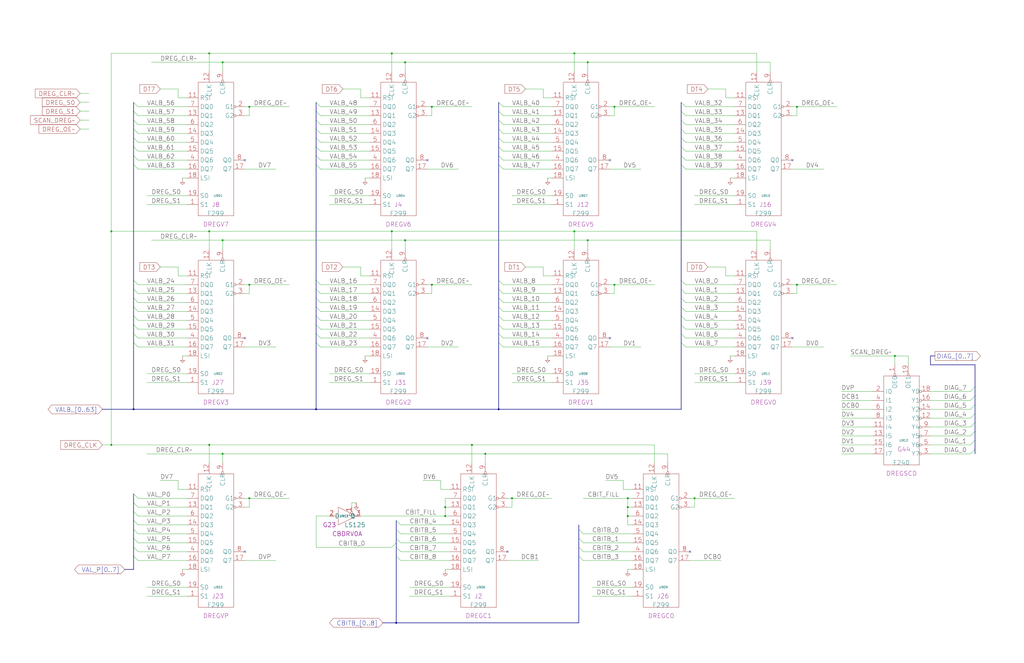
<source format=kicad_sch>
(kicad_sch (version 20230121) (generator eeschema)
  (paper "User" 584.2 378.46)
  (title_block (title "BXCVR\\nVAL & VAL_PAR DIAG REG") (date "08-MAR-90") (rev "0.0") (comment 1 "MEM32 BOARD") (comment 2 "232-003066") (comment 3 "S400") (comment 4 "RELEASED"))
  (lib_symbols
    (symbol "r1000:F240" (pin_names (offset 1.016))
      (property "Reference" "U" (at 2.54 5.08 0))
      (property "Value" "F240" (at -3.81 -7.62 0))
      (property "Location" "___" (at -1.27 0 0))
      (property "Name" "______" (at 1.27 -15.24 0))
      (symbol "F240_1_1"
        (rectangle (start -8.89 41.91) (end 11.43 -8.89))
        (circle (center -2.54 42.545) (radius 0.635))
        (circle (center 5.08 42.545) (radius 0.635))
        (circle (center 12.065 -2.54) (radius 0.635))
        (circle (center 12.065 2.54) (radius 0.635))
        (circle (center 12.065 7.62) (radius 0.635))
        (circle (center 12.065 12.7) (radius 0.635))
        (circle (center 12.065 17.78) (radius 0.635))
        (circle (center 12.065 22.86) (radius 0.635))
        (circle (center 12.065 27.94) (radius 0.635))
        (circle (center 12.065 33.02) (radius 0.635))
        (pin input line (at -2.54 48.26 270) (length 5.08) (name "OE0") (number "1"))
        (pin input line (at -15.24 12.7 0) (length 6.35) (name "I4") (number "11"))
        (pin tri_state line (at 17.78 17.78 180) (length 5.08) (name "Y3") (number "12"))
        (pin input line (at -15.24 7.62 0) (length 6.35) (name "I5") (number "13"))
        (pin tri_state line (at 17.78 22.86 180) (length 5.08) (name "Y2") (number "14"))
        (pin input line (at -15.24 2.54 0) (length 6.35) (name "I6") (number "15"))
        (pin tri_state line (at 17.78 27.94 180) (length 5.08) (name "Y1") (number "16"))
        (pin input line (at -15.24 -2.54 0) (length 6.35) (name "I7") (number "17"))
        (pin tri_state line (at 17.78 33.02 180) (length 5.08) (name "Y0") (number "18"))
        (pin input line (at 5.08 48.26 270) (length 5.08) (name "OE1") (number "19"))
        (pin input line (at -15.24 33.02 0) (length 6.35) (name "I0") (number "2"))
        (pin tri_state line (at 17.78 -2.54 180) (length 5.08) (name "Y7") (number "3"))
        (pin input line (at -15.24 27.94 0) (length 6.35) (name "I1") (number "4"))
        (pin tri_state line (at 17.78 2.54 180) (length 5.08) (name "Y6") (number "5"))
        (pin input line (at -15.24 22.86 0) (length 6.35) (name "I2") (number "6"))
        (pin tri_state line (at 17.78 7.62 180) (length 5.08) (name "Y5") (number "7"))
        (pin input line (at -15.24 17.78 0) (length 6.35) (name "I3") (number "8"))
        (pin tri_state line (at 17.78 12.7 180) (length 5.08) (name "Y4") (number "9"))
      )
    )
    (symbol "r1000:F299" (pin_names (offset 1.016))
      (property "Reference" "U" (at 2.54 5.08 0))
      (property "Value" "F299" (at -3.81 -5.08 0))
      (property "Location" "___" (at -1.27 0 0))
      (property "Name" "______" (at 1.27 -12.7 0))
      (symbol "F299_1_1"
        (rectangle (start -8.89 69.85) (end 11.43 -6.35))
        (circle (center 5.08 70.485) (radius 0.635))
        (circle (center 12.065 50.8) (radius 0.635))
        (circle (center 12.065 55.88) (radius 0.635))
        (pin input line (at -15.24 0 0) (length 6.35) (name "S1") (number "1"))
        (pin input line (at -15.24 60.96 0) (length 6.35) (name "RSI") (number "11"))
        (pin input line (at -2.54 76.2 270) (length 6.35) (name "CLK") (number "12"))
        (pin bidirectional line (at -15.24 50.8 0) (length 6.35) (name "DQ1") (number "13"))
        (pin bidirectional line (at -15.24 40.64 0) (length 6.35) (name "DQ3") (number "14"))
        (pin bidirectional line (at -15.24 30.48 0) (length 6.35) (name "DQ5") (number "15"))
        (pin bidirectional line (at -15.24 20.32 0) (length 6.35) (name "DQ7") (number "16"))
        (pin output line (at 17.78 20.32 180) (length 6.35) (name "Q7") (number "17"))
        (pin input line (at -15.24 15.24 0) (length 6.35) (name "LSI") (number "18"))
        (pin input line (at -15.24 5.08 0) (length 6.35) (name "S0") (number "19"))
        (pin input line (at 17.78 55.88 180) (length 5.08) (name "G1") (number "2"))
        (pin input line (at 17.78 50.8 180) (length 5.08) (name "G2") (number "3"))
        (pin bidirectional line (at -15.24 25.4 0) (length 6.35) (name "DQ6") (number "4"))
        (pin bidirectional line (at -15.24 35.56 0) (length 6.35) (name "DQ4") (number "5"))
        (pin bidirectional line (at -15.24 45.72 0) (length 6.35) (name "DQ2") (number "6"))
        (pin bidirectional line (at -15.24 55.88 0) (length 6.35) (name "DQ0") (number "7"))
        (pin output line (at 17.78 25.4 180) (length 6.35) (name "Q0") (number "8"))
        (pin input line (at 5.08 76.2 270) (length 5.08) (name "CLR") (number "9"))
      )
    )
    (symbol "r1000:LS125"
      (property "Reference" "U" (at 0.635 0 0))
      (property "Value" "LS125" (at 6.985 -5.08 0))
      (property "Location" "___" (at -7.62 -5.08 0))
      (property "Name" "______" (at 2.54 -10.16 0))
      (symbol "LS125_0_1"
        (polyline (pts (xy -5.08 0) (xy -2.54 0)) (stroke (width 0.1524)))
        (polyline (pts (xy -2.54 5.08) (xy -2.54 -5.08)) (stroke (width 0.1524)))
        (polyline (pts (xy 7.62 0) (xy -2.54 -5.08)) (stroke (width 0.1524)))
        (polyline (pts (xy 7.62 0) (xy -2.54 5.08)) (stroke (width 0.1524)))
        (circle (center 5.08 1.905) (radius 0.635) (stroke (width 0.1524)))
      )
      (symbol "LS125_1_1"
        (pin input line (at 5.08 5.08 270) (length 2.54) (name "E") (number "1"))
        (pin input line (at -7.62 0 0) (length 2.54) (name "D") (number "2"))
        (pin tri_state line (at 10.16 0 180) (length 2.54) (name "Q") (number "3"))
      )
    )
    (symbol "r1000:PD" (power) (pin_numbers hide) (pin_names hide) (in_bom no)
      (symbol "PD_0_1"
        (polyline (pts (xy 0 -2.54) (xy 1.27 -2.54) (xy 0 -3.81) (xy -1.27 -2.54) (xy 0 -2.54)) (stroke (width 0.1524)))
      )
      (symbol "PD_1_1"
        (pin power_in line (at 0 0 270) (length 2.54) (name "PD") (number "1"))
      )
    )
  )
  (junction (at 254 294.64))
  (junction (at 327.66 30.48))
  (junction (at 327.66 132.08))
  (junction (at 246.38 162.56))
  (junction (at 119.38 254))
  (junction (at 119.38 132.08))
  (junction (at 142.24 284.48))
  (junction (at 335.28 137.16))
  (junction (at 335.28 35.56))
  (junction (at 350.52 60.96))
  (junction (at 454.66 60.96))
  (junction (at 223.52 30.48))
  (junction (at 396.24 284.48))
  (junction (at 292.1 284.48))
  (junction (at 142.24 162.56))
  (junction (at 350.52 162.56))
  (junction (at 276.86 259.08))
  (junction (at 358.14 294.64))
  (junction (at 226.06 355.6))
  (junction (at 63.5 132.08))
  (junction (at 142.24 60.96))
  (junction (at 119.38 30.48))
  (junction (at 358.14 284.48))
  (junction (at 127 137.16))
  (junction (at 127 35.56))
  (junction (at 223.52 132.08))
  (junction (at 231.14 35.56))
  (junction (at 246.38 60.96))
  (junction (at 63.5 254))
  (junction (at 358.14 289.56))
  (junction (at 454.66 162.56))
  (junction (at 510.54 203.2))
  (junction (at 269.24 254))
  (junction (at 284.48 233.68))
  (junction (at 127 259.08))
  (junction (at 180.34 233.68))
  (junction (at 231.14 137.16))
  (junction (at 76.2 233.68))
  (junction (at 254 289.56))
  (no_connect (at 452.12 193.04))
  (no_connect (at 243.84 193.04))
  (no_connect (at 452.12 91.44))
  (no_connect (at 139.7 193.04))
  (no_connect (at 243.84 91.44))
  (no_connect (at 347.98 91.44))
  (no_connect (at 139.7 91.44))
  (no_connect (at 289.56 314.96))
  (no_connect (at 139.7 314.96))
  (no_connect (at 347.98 193.04))
  (no_connect (at 393.7 314.96))
  (bus_entry (at 180.34 195.58) (size 2.54 2.54))
  (bus_entry (at 180.34 180.34) (size 2.54 2.54))
  (bus_entry (at 76.2 78.74) (size 2.54 2.54))
  (bus_entry (at 284.48 63.5) (size 2.54 2.54))
  (bus_entry (at 76.2 307.34) (size 2.54 2.54))
  (bus_entry (at 388.62 78.74) (size 2.54 2.54))
  (bus_entry (at 180.34 175.26) (size 2.54 2.54))
  (bus_entry (at 76.2 180.34) (size 2.54 2.54))
  (bus_entry (at 284.48 170.18) (size 2.54 2.54))
  (bus_entry (at 180.34 190.5) (size 2.54 2.54))
  (bus_entry (at 388.62 63.5) (size 2.54 2.54))
  (bus_entry (at 76.2 175.26) (size 2.54 2.54))
  (bus_entry (at 226.06 312.42) (size 2.54 2.54))
  (bus_entry (at 76.2 195.58) (size 2.54 2.54))
  (bus_entry (at 180.34 58.42) (size 2.54 2.54))
  (bus_entry (at 180.34 78.74) (size 2.54 2.54))
  (bus_entry (at 556.26 241.3) (size -2.54 2.54))
  (bus_entry (at 226.06 302.26) (size 2.54 2.54))
  (bus_entry (at 556.26 220.98) (size -2.54 2.54))
  (bus_entry (at 388.62 88.9) (size 2.54 2.54))
  (bus_entry (at 76.2 185.42) (size 2.54 2.54))
  (bus_entry (at 180.34 160.02) (size 2.54 2.54))
  (bus_entry (at 76.2 317.5) (size 2.54 2.54))
  (bus_entry (at 330.2 317.5) (size 2.54 2.54))
  (bus_entry (at 556.26 236.22) (size -2.54 2.54))
  (bus_entry (at 388.62 160.02) (size 2.54 2.54))
  (bus_entry (at 76.2 292.1) (size 2.54 2.54))
  (bus_entry (at 76.2 190.5) (size 2.54 2.54))
  (bus_entry (at 76.2 281.94) (size 2.54 2.54))
  (bus_entry (at 226.06 307.34) (size 2.54 2.54))
  (bus_entry (at 284.48 88.9) (size 2.54 2.54))
  (bus_entry (at 180.34 88.9) (size 2.54 2.54))
  (bus_entry (at 76.2 302.26) (size 2.54 2.54))
  (bus_entry (at 388.62 185.42) (size 2.54 2.54))
  (bus_entry (at 556.26 231.14) (size -2.54 2.54))
  (bus_entry (at 330.2 302.26) (size 2.54 2.54))
  (bus_entry (at 76.2 88.9) (size 2.54 2.54))
  (bus_entry (at 76.2 287.02) (size 2.54 2.54))
  (bus_entry (at 388.62 83.82) (size 2.54 2.54))
  (bus_entry (at 556.26 226.06) (size -2.54 2.54))
  (bus_entry (at 76.2 63.5) (size 2.54 2.54))
  (bus_entry (at 284.48 73.66) (size 2.54 2.54))
  (bus_entry (at 330.2 312.42) (size 2.54 2.54))
  (bus_entry (at 180.34 83.82) (size 2.54 2.54))
  (bus_entry (at 226.06 309.88) (size -2.54 2.54))
  (bus_entry (at 180.34 165.1) (size 2.54 2.54))
  (bus_entry (at 556.26 246.38) (size -2.54 2.54))
  (bus_entry (at 76.2 312.42) (size 2.54 2.54))
  (bus_entry (at 388.62 195.58) (size 2.54 2.54))
  (bus_entry (at 180.34 185.42) (size 2.54 2.54))
  (bus_entry (at 284.48 180.34) (size 2.54 2.54))
  (bus_entry (at 284.48 68.58) (size 2.54 2.54))
  (bus_entry (at 284.48 93.98) (size 2.54 2.54))
  (bus_entry (at 388.62 175.26) (size 2.54 2.54))
  (bus_entry (at 180.34 68.58) (size 2.54 2.54))
  (bus_entry (at 388.62 170.18) (size 2.54 2.54))
  (bus_entry (at 76.2 170.18) (size 2.54 2.54))
  (bus_entry (at 284.48 78.74) (size 2.54 2.54))
  (bus_entry (at 76.2 297.18) (size 2.54 2.54))
  (bus_entry (at 388.62 190.5) (size 2.54 2.54))
  (bus_entry (at 388.62 68.58) (size 2.54 2.54))
  (bus_entry (at 284.48 58.42) (size 2.54 2.54))
  (bus_entry (at 76.2 68.58) (size 2.54 2.54))
  (bus_entry (at 284.48 190.5) (size 2.54 2.54))
  (bus_entry (at 330.2 307.34) (size 2.54 2.54))
  (bus_entry (at 76.2 58.42) (size 2.54 2.54))
  (bus_entry (at 180.34 93.98) (size 2.54 2.54))
  (bus_entry (at 226.06 317.5) (size 2.54 2.54))
  (bus_entry (at 284.48 195.58) (size 2.54 2.54))
  (bus_entry (at 388.62 180.34) (size 2.54 2.54))
  (bus_entry (at 76.2 93.98) (size 2.54 2.54))
  (bus_entry (at 556.26 251.46) (size -2.54 2.54))
  (bus_entry (at 226.06 297.18) (size 2.54 2.54))
  (bus_entry (at 388.62 58.42) (size 2.54 2.54))
  (bus_entry (at 284.48 160.02) (size 2.54 2.54))
  (bus_entry (at 284.48 175.26) (size 2.54 2.54))
  (bus_entry (at 180.34 73.66) (size 2.54 2.54))
  (bus_entry (at 76.2 160.02) (size 2.54 2.54))
  (bus_entry (at 284.48 165.1) (size 2.54 2.54))
  (bus_entry (at 388.62 165.1) (size 2.54 2.54))
  (bus_entry (at 556.26 256.54) (size -2.54 2.54))
  (bus_entry (at 76.2 165.1) (size 2.54 2.54))
  (bus_entry (at 76.2 73.66) (size 2.54 2.54))
  (bus_entry (at 180.34 170.18) (size 2.54 2.54))
  (bus_entry (at 284.48 185.42) (size 2.54 2.54))
  (bus_entry (at 388.62 93.98) (size 2.54 2.54))
  (bus_entry (at 180.34 63.5) (size 2.54 2.54))
  (bus_entry (at 388.62 73.66) (size 2.54 2.54))
  (bus_entry (at 284.48 83.82) (size 2.54 2.54))
  (bus_entry (at 76.2 83.82) (size 2.54 2.54))
  (bus (pts (xy 388.62 190.5) (xy 388.62 195.58)))
  (bus (pts (xy 76.2 312.42) (xy 76.2 317.5)))
  (wire (pts (xy 373.38 254) (xy 373.38 264.16)))
  (wire (pts (xy 314.96 55.88) (xy 309.88 55.88)))
  (wire (pts (xy 276.86 259.08) (xy 276.86 264.16)))
  (wire (pts (xy 195.58 50.8) (xy 205.74 50.8)))
  (wire (pts (xy 182.88 76.2) (xy 210.82 76.2)))
  (bus (pts (xy 76.2 175.26) (xy 76.2 180.34)))
  (wire (pts (xy 327.66 30.48) (xy 223.52 30.48)))
  (wire (pts (xy 254 289.56) (xy 256.54 289.56)))
  (bus (pts (xy 180.34 190.5) (xy 180.34 195.58)))
  (wire (pts (xy 45.72 73.66) (xy 50.8 73.66)))
  (wire (pts (xy 292.1 116.84) (xy 314.96 116.84)))
  (bus (pts (xy 330.2 299.72) (xy 330.2 302.26)))
  (bus (pts (xy 226.06 297.18) (xy 226.06 302.26)))
  (wire (pts (xy 119.38 30.48) (xy 63.5 30.48)))
  (wire (pts (xy 139.7 289.56) (xy 142.24 289.56)))
  (wire (pts (xy 200.66 287.02) (xy 200.66 289.56)))
  (wire (pts (xy 246.38 167.64) (xy 246.38 162.56)))
  (wire (pts (xy 104.14 203.2) (xy 106.68 203.2)))
  (wire (pts (xy 182.88 167.64) (xy 210.82 167.64)))
  (bus (pts (xy 388.62 83.82) (xy 388.62 88.9)))
  (wire (pts (xy 254 294.64) (xy 256.54 294.64)))
  (wire (pts (xy 106.68 279.4) (xy 101.6 279.4)))
  (bus (pts (xy 76.2 63.5) (xy 76.2 68.58)))
  (wire (pts (xy 210.82 157.48) (xy 205.74 157.48)))
  (wire (pts (xy 419.1 55.88) (xy 414.02 55.88)))
  (wire (pts (xy 287.02 193.04) (xy 314.96 193.04)))
  (wire (pts (xy 360.68 299.72) (xy 358.14 299.72)))
  (wire (pts (xy 350.52 66.04) (xy 350.52 60.96)))
  (wire (pts (xy 243.84 167.64) (xy 246.38 167.64)))
  (wire (pts (xy 358.14 294.64) (xy 358.14 299.72)))
  (wire (pts (xy 243.84 198.12) (xy 261.62 198.12)))
  (bus (pts (xy 388.62 170.18) (xy 388.62 175.26)))
  (wire (pts (xy 78.74 304.8) (xy 106.68 304.8)))
  (wire (pts (xy 78.74 289.56) (xy 106.68 289.56)))
  (wire (pts (xy 350.52 162.56) (xy 373.38 162.56)))
  (wire (pts (xy 396.24 289.56) (xy 396.24 284.48)))
  (bus (pts (xy 180.34 233.68) (xy 284.48 233.68)))
  (wire (pts (xy 223.52 30.48) (xy 223.52 40.64)))
  (bus (pts (xy 180.34 170.18) (xy 180.34 175.26)))
  (bus (pts (xy 58.42 233.68) (xy 76.2 233.68)))
  (wire (pts (xy 182.88 71.12) (xy 210.82 71.12)))
  (wire (pts (xy 287.02 91.44) (xy 314.96 91.44)))
  (wire (pts (xy 78.74 299.72) (xy 106.68 299.72)))
  (wire (pts (xy 78.74 60.96) (xy 106.68 60.96)))
  (wire (pts (xy 454.66 66.04) (xy 454.66 60.96)))
  (wire (pts (xy 78.74 71.12) (xy 106.68 71.12)))
  (wire (pts (xy 332.74 314.96) (xy 360.68 314.96)))
  (wire (pts (xy 287.02 81.28) (xy 314.96 81.28)))
  (wire (pts (xy 187.96 116.84) (xy 210.82 116.84)))
  (wire (pts (xy 182.88 172.72) (xy 210.82 172.72)))
  (bus (pts (xy 284.48 58.42) (xy 284.48 63.5)))
  (bus (pts (xy 76.2 195.58) (xy 76.2 233.68)))
  (wire (pts (xy 142.24 289.56) (xy 142.24 284.48)))
  (wire (pts (xy 78.74 167.64) (xy 106.68 167.64)))
  (wire (pts (xy 127 137.16) (xy 127 142.24)))
  (bus (pts (xy 180.34 88.9) (xy 180.34 93.98)))
  (wire (pts (xy 347.98 60.96) (xy 350.52 60.96)))
  (wire (pts (xy 287.02 60.96) (xy 314.96 60.96)))
  (wire (pts (xy 530.86 254) (xy 553.72 254)))
  (wire (pts (xy 142.24 162.56) (xy 165.1 162.56)))
  (wire (pts (xy 396.24 213.36) (xy 419.1 213.36)))
  (wire (pts (xy 104.14 101.6) (xy 106.68 101.6)))
  (wire (pts (xy 452.12 60.96) (xy 454.66 60.96)))
  (wire (pts (xy 223.52 132.08) (xy 223.52 142.24)))
  (wire (pts (xy 127 35.56) (xy 231.14 35.56)))
  (bus (pts (xy 388.62 68.58) (xy 388.62 73.66)))
  (wire (pts (xy 246.38 60.96) (xy 269.24 60.96)))
  (wire (pts (xy 195.58 152.4) (xy 205.74 152.4)))
  (wire (pts (xy 416.56 203.2) (xy 419.1 203.2)))
  (wire (pts (xy 78.74 294.64) (xy 106.68 294.64)))
  (bus (pts (xy 284.48 180.34) (xy 284.48 185.42)))
  (bus (pts (xy 76.2 297.18) (xy 76.2 302.26)))
  (wire (pts (xy 287.02 187.96) (xy 314.96 187.96)))
  (wire (pts (xy 83.82 213.36) (xy 106.68 213.36)))
  (bus (pts (xy 556.26 236.22) (xy 556.26 241.3)))
  (bus (pts (xy 533.4 203.2) (xy 530.86 203.2)))
  (wire (pts (xy 292.1 213.36) (xy 314.96 213.36)))
  (bus (pts (xy 76.2 302.26) (xy 76.2 307.34)))
  (wire (pts (xy 63.5 132.08) (xy 63.5 254)))
  (wire (pts (xy 391.16 172.72) (xy 419.1 172.72)))
  (wire (pts (xy 139.7 162.56) (xy 142.24 162.56)))
  (wire (pts (xy 45.72 58.42) (xy 50.8 58.42)))
  (bus (pts (xy 180.34 180.34) (xy 180.34 185.42)))
  (wire (pts (xy 393.7 289.56) (xy 396.24 289.56)))
  (bus (pts (xy 218.44 355.6) (xy 226.06 355.6)))
  (bus (pts (xy 284.48 170.18) (xy 284.48 175.26)))
  (wire (pts (xy 480.06 223.52) (xy 497.84 223.52)))
  (bus (pts (xy 284.48 185.42) (xy 284.48 190.5)))
  (wire (pts (xy 391.16 193.04) (xy 419.1 193.04)))
  (wire (pts (xy 83.82 340.36) (xy 106.68 340.36)))
  (wire (pts (xy 419.1 157.48) (xy 414.02 157.48)))
  (wire (pts (xy 454.66 162.56) (xy 477.52 162.56)))
  (wire (pts (xy 139.7 284.48) (xy 142.24 284.48)))
  (bus (pts (xy 180.34 83.82) (xy 180.34 88.9)))
  (bus (pts (xy 76.2 180.34) (xy 76.2 185.42)))
  (bus (pts (xy 180.34 185.42) (xy 180.34 190.5)))
  (wire (pts (xy 127 259.08) (xy 127 264.16)))
  (bus (pts (xy 556.26 251.46) (xy 556.26 256.54)))
  (bus (pts (xy 226.06 302.26) (xy 226.06 307.34)))
  (wire (pts (xy 309.88 55.88) (xy 309.88 50.8)))
  (wire (pts (xy 391.16 177.8) (xy 419.1 177.8)))
  (wire (pts (xy 358.14 289.56) (xy 360.68 289.56)))
  (wire (pts (xy 231.14 35.56) (xy 335.28 35.56)))
  (wire (pts (xy 335.28 137.16) (xy 335.28 142.24)))
  (wire (pts (xy 414.02 157.48) (xy 414.02 152.4)))
  (bus (pts (xy 76.2 83.82) (xy 76.2 88.9)))
  (wire (pts (xy 396.24 116.84) (xy 419.1 116.84)))
  (wire (pts (xy 530.86 228.6) (xy 553.72 228.6)))
  (bus (pts (xy 284.48 195.58) (xy 284.48 233.68)))
  (wire (pts (xy 78.74 193.04) (xy 106.68 193.04)))
  (wire (pts (xy 335.28 137.16) (xy 439.42 137.16)))
  (wire (pts (xy 208.28 203.2) (xy 210.82 203.2)))
  (wire (pts (xy 254 284.48) (xy 254 289.56)))
  (wire (pts (xy 208.28 101.6) (xy 210.82 101.6)))
  (bus (pts (xy 226.06 307.34) (xy 226.06 309.88)))
  (wire (pts (xy 452.12 66.04) (xy 454.66 66.04)))
  (wire (pts (xy 381 259.08) (xy 381 264.16)))
  (wire (pts (xy 45.72 63.5) (xy 50.8 63.5)))
  (wire (pts (xy 243.84 66.04) (xy 246.38 66.04)))
  (wire (pts (xy 78.74 309.88) (xy 106.68 309.88)))
  (bus (pts (xy 388.62 195.58) (xy 388.62 233.68)))
  (wire (pts (xy 480.06 243.84) (xy 497.84 243.84)))
  (bus (pts (xy 388.62 175.26) (xy 388.62 180.34)))
  (wire (pts (xy 360.68 279.4) (xy 355.6 279.4)))
  (wire (pts (xy 530.86 243.84) (xy 553.72 243.84)))
  (wire (pts (xy 78.74 162.56) (xy 106.68 162.56)))
  (bus (pts (xy 388.62 58.42) (xy 388.62 63.5)))
  (bus (pts (xy 180.34 68.58) (xy 180.34 73.66)))
  (wire (pts (xy 231.14 137.16) (xy 231.14 142.24)))
  (wire (pts (xy 269.24 254) (xy 269.24 264.16)))
  (bus (pts (xy 388.62 185.42) (xy 388.62 190.5)))
  (wire (pts (xy 180.34 312.42) (xy 180.34 294.64)))
  (bus (pts (xy 76.2 160.02) (xy 76.2 165.1)))
  (wire (pts (xy 246.38 162.56) (xy 269.24 162.56)))
  (wire (pts (xy 233.68 335.28) (xy 256.54 335.28)))
  (bus (pts (xy 284.48 78.74) (xy 284.48 83.82)))
  (wire (pts (xy 187.96 111.76) (xy 210.82 111.76)))
  (wire (pts (xy 431.8 30.48) (xy 327.66 30.48)))
  (bus (pts (xy 530.86 208.28) (xy 556.26 208.28)))
  (wire (pts (xy 223.52 132.08) (xy 327.66 132.08)))
  (wire (pts (xy 439.42 137.16) (xy 439.42 142.24)))
  (wire (pts (xy 403.86 50.8) (xy 414.02 50.8)))
  (wire (pts (xy 396.24 284.48) (xy 419.1 284.48)))
  (bus (pts (xy 71.12 325.12) (xy 76.2 325.12)))
  (wire (pts (xy 414.02 55.88) (xy 414.02 50.8)))
  (wire (pts (xy 309.88 157.48) (xy 309.88 152.4)))
  (wire (pts (xy 228.6 299.72) (xy 256.54 299.72)))
  (wire (pts (xy 287.02 86.36) (xy 314.96 86.36)))
  (bus (pts (xy 284.48 68.58) (xy 284.48 73.66)))
  (wire (pts (xy 391.16 91.44) (xy 419.1 91.44)))
  (wire (pts (xy 391.16 182.88) (xy 419.1 182.88)))
  (wire (pts (xy 256.54 279.4) (xy 251.46 279.4)))
  (wire (pts (xy 518.16 203.2) (xy 518.16 208.28)))
  (wire (pts (xy 358.14 284.48) (xy 358.14 289.56)))
  (wire (pts (xy 350.52 167.64) (xy 350.52 162.56)))
  (wire (pts (xy 83.82 335.28) (xy 106.68 335.28)))
  (bus (pts (xy 226.06 317.5) (xy 226.06 355.6)))
  (bus (pts (xy 76.2 317.5) (xy 76.2 325.12)))
  (wire (pts (xy 223.52 312.42) (xy 180.34 312.42)))
  (wire (pts (xy 347.98 167.64) (xy 350.52 167.64)))
  (wire (pts (xy 142.24 66.04) (xy 142.24 60.96)))
  (wire (pts (xy 391.16 198.12) (xy 419.1 198.12)))
  (wire (pts (xy 187.96 213.36) (xy 210.82 213.36)))
  (bus (pts (xy 284.48 190.5) (xy 284.48 195.58)))
  (wire (pts (xy 182.88 86.36) (xy 210.82 86.36)))
  (bus (pts (xy 180.34 73.66) (xy 180.34 78.74)))
  (wire (pts (xy 83.82 218.44) (xy 106.68 218.44)))
  (wire (pts (xy 276.86 259.08) (xy 381 259.08)))
  (wire (pts (xy 391.16 76.2) (xy 419.1 76.2)))
  (wire (pts (xy 63.5 30.48) (xy 63.5 132.08)))
  (bus (pts (xy 388.62 88.9) (xy 388.62 93.98)))
  (wire (pts (xy 101.6 55.88) (xy 101.6 50.8)))
  (wire (pts (xy 205.74 55.88) (xy 205.74 50.8)))
  (wire (pts (xy 485.14 203.2) (xy 510.54 203.2)))
  (wire (pts (xy 431.8 132.08) (xy 431.8 142.24)))
  (wire (pts (xy 332.74 309.88) (xy 360.68 309.88)))
  (bus (pts (xy 388.62 78.74) (xy 388.62 83.82)))
  (bus (pts (xy 284.48 88.9) (xy 284.48 93.98)))
  (wire (pts (xy 182.88 198.12) (xy 210.82 198.12)))
  (wire (pts (xy 182.88 177.8) (xy 210.82 177.8)))
  (bus (pts (xy 76.2 88.9) (xy 76.2 93.98)))
  (wire (pts (xy 287.02 71.12) (xy 314.96 71.12)))
  (wire (pts (xy 480.06 228.6) (xy 497.84 228.6)))
  (bus (pts (xy 76.2 190.5) (xy 76.2 195.58)))
  (wire (pts (xy 480.06 248.92) (xy 497.84 248.92)))
  (wire (pts (xy 101.6 279.4) (xy 101.6 274.32)))
  (wire (pts (xy 223.52 30.48) (xy 119.38 30.48)))
  (wire (pts (xy 289.56 289.56) (xy 292.1 289.56)))
  (wire (pts (xy 439.42 35.56) (xy 439.42 40.64)))
  (bus (pts (xy 76.2 93.98) (xy 76.2 160.02)))
  (wire (pts (xy 78.74 172.72) (xy 106.68 172.72)))
  (wire (pts (xy 391.16 167.64) (xy 419.1 167.64)))
  (wire (pts (xy 251.46 279.4) (xy 251.46 274.32)))
  (wire (pts (xy 358.14 325.12) (xy 360.68 325.12)))
  (bus (pts (xy 180.34 58.42) (xy 180.34 63.5)))
  (wire (pts (xy 403.86 152.4) (xy 414.02 152.4)))
  (bus (pts (xy 388.62 180.34) (xy 388.62 185.42)))
  (bus (pts (xy 556.26 246.38) (xy 556.26 251.46)))
  (bus (pts (xy 226.06 312.42) (xy 226.06 317.5)))
  (bus (pts (xy 76.2 58.42) (xy 76.2 63.5)))
  (wire (pts (xy 91.44 152.4) (xy 101.6 152.4)))
  (wire (pts (xy 139.7 60.96) (xy 142.24 60.96)))
  (wire (pts (xy 347.98 66.04) (xy 350.52 66.04)))
  (wire (pts (xy 292.1 111.76) (xy 314.96 111.76)))
  (wire (pts (xy 345.44 274.32) (xy 355.6 274.32)))
  (wire (pts (xy 246.38 66.04) (xy 246.38 60.96)))
  (wire (pts (xy 45.72 53.34) (xy 50.8 53.34)))
  (wire (pts (xy 480.06 238.76) (xy 497.84 238.76)))
  (bus (pts (xy 330.2 302.26) (xy 330.2 307.34)))
  (wire (pts (xy 106.68 55.88) (xy 101.6 55.88)))
  (bus (pts (xy 180.34 195.58) (xy 180.34 233.68)))
  (wire (pts (xy 396.24 111.76) (xy 419.1 111.76)))
  (bus (pts (xy 76.2 78.74) (xy 76.2 83.82)))
  (wire (pts (xy 83.82 111.76) (xy 106.68 111.76)))
  (wire (pts (xy 480.06 254) (xy 497.84 254)))
  (wire (pts (xy 228.6 304.8) (xy 256.54 304.8)))
  (wire (pts (xy 452.12 167.64) (xy 454.66 167.64)))
  (wire (pts (xy 391.16 71.12) (xy 419.1 71.12)))
  (wire (pts (xy 182.88 81.28) (xy 210.82 81.28)))
  (bus (pts (xy 76.2 185.42) (xy 76.2 190.5)))
  (wire (pts (xy 83.82 259.08) (xy 127 259.08)))
  (wire (pts (xy 104.14 325.12) (xy 106.68 325.12)))
  (bus (pts (xy 388.62 160.02) (xy 388.62 165.1)))
  (wire (pts (xy 187.96 218.44) (xy 210.82 218.44)))
  (wire (pts (xy 312.42 101.6) (xy 314.96 101.6)))
  (wire (pts (xy 292.1 289.56) (xy 292.1 284.48)))
  (wire (pts (xy 327.66 30.48) (xy 327.66 40.64)))
  (wire (pts (xy 510.54 203.2) (xy 510.54 208.28)))
  (bus (pts (xy 76.2 292.1) (xy 76.2 297.18)))
  (wire (pts (xy 139.7 66.04) (xy 142.24 66.04)))
  (wire (pts (xy 78.74 81.28) (xy 106.68 81.28)))
  (wire (pts (xy 530.86 223.52) (xy 553.72 223.52)))
  (wire (pts (xy 91.44 50.8) (xy 101.6 50.8)))
  (wire (pts (xy 335.28 35.56) (xy 335.28 40.64)))
  (bus (pts (xy 76.2 68.58) (xy 76.2 73.66)))
  (wire (pts (xy 78.74 86.36) (xy 106.68 86.36)))
  (wire (pts (xy 287.02 172.72) (xy 314.96 172.72)))
  (bus (pts (xy 284.48 73.66) (xy 284.48 78.74)))
  (wire (pts (xy 78.74 320.04) (xy 106.68 320.04)))
  (wire (pts (xy 45.72 68.58) (xy 50.8 68.58)))
  (wire (pts (xy 256.54 284.48) (xy 254 284.48)))
  (wire (pts (xy 510.54 203.2) (xy 518.16 203.2)))
  (wire (pts (xy 530.86 238.76) (xy 553.72 238.76)))
  (wire (pts (xy 332.74 320.04) (xy 360.68 320.04)))
  (wire (pts (xy 142.24 167.64) (xy 142.24 162.56)))
  (wire (pts (xy 287.02 66.04) (xy 314.96 66.04)))
  (wire (pts (xy 530.86 233.68) (xy 553.72 233.68)))
  (wire (pts (xy 182.88 193.04) (xy 210.82 193.04)))
  (wire (pts (xy 452.12 162.56) (xy 454.66 162.56)))
  (wire (pts (xy 391.16 60.96) (xy 419.1 60.96)))
  (bus (pts (xy 76.2 170.18) (xy 76.2 175.26)))
  (wire (pts (xy 78.74 91.44) (xy 106.68 91.44)))
  (wire (pts (xy 292.1 218.44) (xy 314.96 218.44)))
  (wire (pts (xy 78.74 314.96) (xy 106.68 314.96)))
  (bus (pts (xy 330.2 312.42) (xy 330.2 317.5)))
  (wire (pts (xy 454.66 60.96) (xy 477.52 60.96)))
  (wire (pts (xy 299.72 152.4) (xy 309.88 152.4)))
  (wire (pts (xy 63.5 132.08) (xy 119.38 132.08)))
  (wire (pts (xy 231.14 35.56) (xy 231.14 40.64)))
  (wire (pts (xy 299.72 50.8) (xy 309.88 50.8)))
  (wire (pts (xy 180.34 294.64) (xy 187.96 294.64)))
  (wire (pts (xy 358.14 294.64) (xy 360.68 294.64)))
  (wire (pts (xy 530.86 248.92) (xy 553.72 248.92)))
  (wire (pts (xy 355.6 279.4) (xy 355.6 274.32)))
  (bus (pts (xy 388.62 93.98) (xy 388.62 160.02)))
  (bus (pts (xy 556.26 226.06) (xy 556.26 231.14)))
  (bus (pts (xy 76.2 73.66) (xy 76.2 78.74)))
  (wire (pts (xy 101.6 157.48) (xy 101.6 152.4)))
  (wire (pts (xy 86.36 35.56) (xy 127 35.56)))
  (wire (pts (xy 287.02 96.52) (xy 314.96 96.52)))
  (bus (pts (xy 180.34 165.1) (xy 180.34 170.18)))
  (bus (pts (xy 284.48 83.82) (xy 284.48 88.9)))
  (wire (pts (xy 182.88 182.88) (xy 210.82 182.88)))
  (wire (pts (xy 127 35.56) (xy 127 40.64)))
  (wire (pts (xy 358.14 284.48) (xy 360.68 284.48)))
  (wire (pts (xy 243.84 60.96) (xy 246.38 60.96)))
  (wire (pts (xy 119.38 132.08) (xy 223.52 132.08)))
  (wire (pts (xy 78.74 96.52) (xy 106.68 96.52)))
  (wire (pts (xy 91.44 274.32) (xy 101.6 274.32)))
  (wire (pts (xy 83.82 116.84) (xy 106.68 116.84)))
  (wire (pts (xy 454.66 167.64) (xy 454.66 162.56)))
  (bus (pts (xy 284.48 160.02) (xy 284.48 165.1)))
  (wire (pts (xy 287.02 182.88) (xy 314.96 182.88)))
  (wire (pts (xy 139.7 198.12) (xy 157.48 198.12)))
  (wire (pts (xy 228.6 314.96) (xy 256.54 314.96)))
  (bus (pts (xy 284.48 63.5) (xy 284.48 68.58)))
  (wire (pts (xy 231.14 137.16) (xy 335.28 137.16)))
  (wire (pts (xy 139.7 167.64) (xy 142.24 167.64)))
  (wire (pts (xy 347.98 96.52) (xy 365.76 96.52)))
  (bus (pts (xy 284.48 233.68) (xy 388.62 233.68)))
  (wire (pts (xy 530.86 259.08) (xy 553.72 259.08)))
  (wire (pts (xy 452.12 198.12) (xy 469.9 198.12)))
  (wire (pts (xy 350.52 60.96) (xy 373.38 60.96)))
  (wire (pts (xy 480.06 259.08) (xy 497.84 259.08)))
  (bus (pts (xy 556.26 220.98) (xy 556.26 226.06)))
  (wire (pts (xy 391.16 96.52) (xy 419.1 96.52)))
  (bus (pts (xy 388.62 165.1) (xy 388.62 170.18)))
  (wire (pts (xy 358.14 289.56) (xy 358.14 294.64)))
  (wire (pts (xy 182.88 96.52) (xy 210.82 96.52)))
  (bus (pts (xy 284.48 93.98) (xy 284.48 160.02)))
  (wire (pts (xy 142.24 284.48) (xy 165.1 284.48)))
  (wire (pts (xy 119.38 30.48) (xy 119.38 40.64)))
  (bus (pts (xy 388.62 73.66) (xy 388.62 78.74)))
  (bus (pts (xy 76.2 281.94) (xy 76.2 287.02)))
  (wire (pts (xy 391.16 162.56) (xy 419.1 162.56)))
  (wire (pts (xy 393.7 284.48) (xy 396.24 284.48)))
  (wire (pts (xy 289.56 320.04) (xy 307.34 320.04)))
  (wire (pts (xy 63.5 254) (xy 119.38 254)))
  (bus (pts (xy 284.48 165.1) (xy 284.48 170.18)))
  (wire (pts (xy 254 325.12) (xy 256.54 325.12)))
  (wire (pts (xy 289.56 284.48) (xy 292.1 284.48)))
  (wire (pts (xy 269.24 254) (xy 373.38 254)))
  (wire (pts (xy 182.88 91.44) (xy 210.82 91.44)))
  (bus (pts (xy 76.2 165.1) (xy 76.2 170.18)))
  (bus (pts (xy 556.26 256.54) (xy 556.26 259.08)))
  (wire (pts (xy 391.16 81.28) (xy 419.1 81.28)))
  (wire (pts (xy 337.82 340.36) (xy 360.68 340.36)))
  (wire (pts (xy 391.16 66.04) (xy 419.1 66.04)))
  (wire (pts (xy 347.98 198.12) (xy 365.76 198.12)))
  (wire (pts (xy 287.02 162.56) (xy 314.96 162.56)))
  (wire (pts (xy 287.02 76.2) (xy 314.96 76.2)))
  (bus (pts (xy 330.2 317.5) (xy 330.2 355.6)))
  (wire (pts (xy 119.38 254) (xy 119.38 264.16)))
  (wire (pts (xy 243.84 162.56) (xy 246.38 162.56)))
  (wire (pts (xy 205.74 294.64) (xy 254 294.64)))
  (wire (pts (xy 452.12 96.52) (xy 469.9 96.52)))
  (wire (pts (xy 210.82 55.88) (xy 205.74 55.88)))
  (wire (pts (xy 86.36 137.16) (xy 127 137.16)))
  (wire (pts (xy 127 137.16) (xy 231.14 137.16)))
  (wire (pts (xy 142.24 60.96) (xy 165.1 60.96)))
  (wire (pts (xy 332.74 304.8) (xy 360.68 304.8)))
  (wire (pts (xy 312.42 203.2) (xy 314.96 203.2)))
  (bus (pts (xy 76.2 233.68) (xy 180.34 233.68)))
  (wire (pts (xy 78.74 76.2) (xy 106.68 76.2)))
  (wire (pts (xy 233.68 340.36) (xy 256.54 340.36)))
  (wire (pts (xy 139.7 96.52) (xy 157.48 96.52)))
  (wire (pts (xy 228.6 309.88) (xy 256.54 309.88)))
  (wire (pts (xy 243.84 96.52) (xy 261.62 96.52)))
  (wire (pts (xy 78.74 284.48) (xy 106.68 284.48)))
  (wire (pts (xy 58.42 254) (xy 63.5 254)))
  (wire (pts (xy 391.16 86.36) (xy 419.1 86.36)))
  (bus (pts (xy 330.2 307.34) (xy 330.2 312.42)))
  (wire (pts (xy 182.88 162.56) (xy 210.82 162.56)))
  (wire (pts (xy 332.74 284.48) (xy 358.14 284.48)))
  (bus (pts (xy 556.26 231.14) (xy 556.26 236.22)))
  (bus (pts (xy 530.86 203.2) (xy 530.86 208.28)))
  (wire (pts (xy 396.24 218.44) (xy 419.1 218.44)))
  (bus (pts (xy 226.06 355.6) (xy 330.2 355.6)))
  (wire (pts (xy 78.74 182.88) (xy 106.68 182.88)))
  (wire (pts (xy 241.3 274.32) (xy 251.46 274.32)))
  (wire (pts (xy 287.02 177.8) (xy 314.96 177.8)))
  (wire (pts (xy 127 259.08) (xy 276.86 259.08)))
  (wire (pts (xy 327.66 132.08) (xy 327.66 142.24)))
  (wire (pts (xy 203.2 287.02) (xy 200.66 287.02)))
  (wire (pts (xy 78.74 198.12) (xy 106.68 198.12)))
  (wire (pts (xy 119.38 132.08) (xy 119.38 142.24)))
  (wire (pts (xy 431.8 30.48) (xy 431.8 40.64)))
  (wire (pts (xy 480.06 233.68) (xy 497.84 233.68)))
  (bus (pts (xy 76.2 287.02) (xy 76.2 292.1)))
  (bus (pts (xy 180.34 175.26) (xy 180.34 180.34)))
  (bus (pts (xy 556.26 208.28) (xy 556.26 220.98)))
  (bus (pts (xy 180.34 160.02) (xy 180.34 165.1)))
  (wire (pts (xy 182.88 187.96) (xy 210.82 187.96)))
  (wire (pts (xy 314.96 157.48) (xy 309.88 157.48)))
  (bus (pts (xy 76.2 307.34) (xy 76.2 312.42)))
  (wire (pts (xy 228.6 320.04) (xy 256.54 320.04)))
  (wire (pts (xy 287.02 198.12) (xy 314.96 198.12)))
  (wire (pts (xy 182.88 66.04) (xy 210.82 66.04)))
  (wire (pts (xy 182.88 60.96) (xy 210.82 60.96)))
  (bus (pts (xy 388.62 63.5) (xy 388.62 68.58)))
  (wire (pts (xy 327.66 132.08) (xy 431.8 132.08)))
  (wire (pts (xy 416.56 101.6) (xy 419.1 101.6)))
  (wire (pts (xy 287.02 167.64) (xy 314.96 167.64)))
  (wire (pts (xy 254 289.56) (xy 254 294.64)))
  (wire (pts (xy 205.74 157.48) (xy 205.74 152.4)))
  (bus (pts (xy 180.34 93.98) (xy 180.34 160.02)))
  (wire (pts (xy 347.98 162.56) (xy 350.52 162.56)))
  (wire (pts (xy 292.1 284.48) (xy 314.96 284.48)))
  (wire (pts (xy 78.74 66.04) (xy 106.68 66.04)))
  (bus (pts (xy 180.34 78.74) (xy 180.34 83.82)))
  (bus (pts (xy 284.48 175.26) (xy 284.48 180.34)))
  (wire (pts (xy 337.82 335.28) (xy 360.68 335.28)))
  (wire (pts (xy 391.16 187.96) (xy 419.1 187.96)))
  (wire (pts (xy 335.28 35.56) (xy 439.42 35.56)))
  (wire (pts (xy 393.7 320.04) (xy 411.48 320.04)))
  (wire (pts (xy 119.38 254) (xy 269.24 254)))
  (bus (pts (xy 226.06 309.88) (xy 226.06 312.42)))
  (bus (pts (xy 556.26 241.3) (xy 556.26 246.38)))
  (wire (pts (xy 139.7 320.04) (xy 157.48 320.04)))
  (wire (pts (xy 78.74 187.96) (xy 106.68 187.96)))
  (wire (pts (xy 78.74 177.8) (xy 106.68 177.8)))
  (bus (pts (xy 180.34 63.5) (xy 180.34 68.58)))
  (wire (pts (xy 106.68 157.48) (xy 101.6 157.48)))
  (label "CBITB_1" (at 337.82 309.88 0) (effects (font (size 2.54 2.54))))
  (label "DREG_S0" (at 398.78 111.76 0) (effects (font (size 2.54 2.54))))
  (label "DV1" (at 480.06 254 0) (effects (font (size 2.54 2.54))))
  (label "VALB_35" (at 396.24 76.2 0) (effects (font (size 2.54 2.54))))
  (label "VALB_12" (at 292.1 182.88 0) (effects (font (size 2.54 2.54))))
  (label "VALB_3" (at 396.24 177.8 0) (effects (font (size 2.54 2.54))))
  (label "DV4" (at 480.06 238.76 0) (effects (font (size 2.54 2.54))))
  (label "DV5" (at 355.6 96.52 0) (effects (font (size 2.54 2.54))))
  (label "DREG_CLR~" (at 88.9 259.08 0) (effects (font (size 2.54 2.54))))
  (label "DV0" (at 480.06 259.08 0) (effects (font (size 2.54 2.54))))
  (label "VAL_P5" (at 83.82 309.88 0) (effects (font (size 2.54 2.54))))
  (label "DIAG_4" (at 538.48 238.76 0) (effects (font (size 2.54 2.54))))
  (label "DIAG_3" (at 538.48 243.84 0) (effects (font (size 2.54 2.54))))
  (label "VALB_44" (at 292.1 81.28 0) (effects (font (size 2.54 2.54))))
  (label "DCB1" (at 480.06 228.6 0) (effects (font (size 2.54 2.54))))
  (label "CBITB_4" (at 233.68 299.72 0) (effects (font (size 2.54 2.54))))
  (label "CBITB_2" (at 337.82 314.96 0) (effects (font (size 2.54 2.54))))
  (label "VALB_6" (at 396.24 193.04 0) (effects (font (size 2.54 2.54))))
  (label "DIAG_7" (at 538.48 223.52 0) (effects (font (size 2.54 2.54))))
  (label "DREG_CLR~" (at 91.44 35.56 0) (effects (font (size 2.54 2.54))))
  (label "SCAN_DREG~" (at 485.14 203.2 0) (effects (font (size 2.54 2.54))))
  (label "VALB_24" (at 83.82 162.56 0) (effects (font (size 2.54 2.54))))
  (label "VALB_32" (at 396.24 60.96 0) (effects (font (size 2.54 2.54))))
  (label "DIAG_0" (at 538.48 259.08 0) (effects (font (size 2.54 2.54))))
  (label "VALB_62" (at 83.82 91.44 0) (effects (font (size 2.54 2.54))))
  (label "DREG_OE~" (at 353.06 60.96 0) (effects (font (size 2.54 2.54))))
  (label "VALB_20" (at 187.96 182.88 0) (effects (font (size 2.54 2.54))))
  (label "VALB_58" (at 83.82 71.12 0) (effects (font (size 2.54 2.54))))
  (label "DIAG_5" (at 538.48 233.68 0) (effects (font (size 2.54 2.54))))
  (label "VALB_18" (at 187.96 172.72 0) (effects (font (size 2.54 2.54))))
  (label "DREG_S0" (at 86.36 335.28 0) (effects (font (size 2.54 2.54))))
  (label "VALB_33" (at 396.24 66.04 0) (effects (font (size 2.54 2.54))))
  (label "VAL_P3" (at 83.82 299.72 0) (effects (font (size 2.54 2.54))))
  (label "DREG_OE~" (at 398.78 284.48 0) (effects (font (size 2.54 2.54))))
  (label "DV7" (at 147.32 96.52 0) (effects (font (size 2.54 2.54))))
  (label "DREG_OE~" (at 294.64 284.48 0) (effects (font (size 2.54 2.54))))
  (label "VALB_31" (at 83.82 198.12 0) (effects (font (size 2.54 2.54))))
  (label "VALB_16" (at 187.96 162.56 0) (effects (font (size 2.54 2.54))))
  (label "DREG_OE~" (at 457.2 162.56 0) (effects (font (size 2.54 2.54))))
  (label "VALB_0" (at 396.24 162.56 0) (effects (font (size 2.54 2.54))))
  (label "VALB_25" (at 83.82 167.64 0) (effects (font (size 2.54 2.54))))
  (label "CBITB_5" (at 233.68 304.8 0) (effects (font (size 2.54 2.54))))
  (label "VALB_47" (at 292.1 96.52 0) (effects (font (size 2.54 2.54))))
  (label "VALB_8" (at 292.1 162.56 0) (effects (font (size 2.54 2.54))))
  (label "DIAG_6" (at 538.48 228.6 0) (effects (font (size 2.54 2.54))))
  (label "VALB_2" (at 396.24 172.72 0) (effects (font (size 2.54 2.54))))
  (label "VALB_34" (at 396.24 71.12 0) (effects (font (size 2.54 2.54))))
  (label "DREG_S0" (at 86.36 111.76 0) (effects (font (size 2.54 2.54))))
  (label "DCB0" (at 401.32 320.04 0) (effects (font (size 2.54 2.54))))
  (label "DIAG_1" (at 538.48 254 0) (effects (font (size 2.54 2.54))))
  (label "DV0" (at 459.74 198.12 0) (effects (font (size 2.54 2.54))))
  (label "DREG_S1" (at 236.22 340.36 0) (effects (font (size 2.54 2.54))))
  (label "DREG_S0" (at 86.36 213.36 0) (effects (font (size 2.54 2.54))))
  (label "DREG_S1" (at 190.5 116.84 0) (effects (font (size 2.54 2.54))))
  (label "DREG_S0" (at 340.36 335.28 0) (effects (font (size 2.54 2.54))))
  (label "VALB_15" (at 292.1 198.12 0) (effects (font (size 2.54 2.54))))
  (label "DREG_S1" (at 340.36 340.36 0) (effects (font (size 2.54 2.54))))
  (label "VALB_23" (at 187.96 198.12 0) (effects (font (size 2.54 2.54))))
  (label "VALB_29" (at 83.82 187.96 0) (effects (font (size 2.54 2.54))))
  (label "DREG_S0" (at 398.78 213.36 0) (effects (font (size 2.54 2.54))))
  (label "DV3" (at 480.06 243.84 0) (effects (font (size 2.54 2.54))))
  (label "CBITB_3" (at 337.82 320.04 0) (effects (font (size 2.54 2.54))))
  (label "VALB_14" (at 292.1 193.04 0) (effects (font (size 2.54 2.54))))
  (label "VAL_P1" (at 83.82 289.56 0) (effects (font (size 2.54 2.54))))
  (label "CBIT_FILL" (at 335.28 284.48 0) (effects (font (size 2.54 2.54))))
  (label "VALB_61" (at 83.82 86.36 0) (effects (font (size 2.54 2.54))))
  (label "VAL_P0" (at 83.82 284.48 0) (effects (font (size 2.54 2.54))))
  (label "VALB_13" (at 292.1 187.96 0) (effects (font (size 2.54 2.54))))
  (label "VALB_52" (at 187.96 81.28 0) (effects (font (size 2.54 2.54))))
  (label "CBITB_7" (at 233.68 314.96 0) (effects (font (size 2.54 2.54))))
  (label "VALB_48" (at 187.96 60.96 0) (effects (font (size 2.54 2.54))))
  (label "VALB_41" (at 292.1 66.04 0) (effects (font (size 2.54 2.54))))
  (label "VAL_P2" (at 83.82 294.64 0) (effects (font (size 2.54 2.54))))
  (label "DV6" (at 241.3 274.32 0) (effects (font (size 2.54 2.54))))
  (label "VALB_49" (at 187.96 66.04 0) (effects (font (size 2.54 2.54))))
  (label "DREG_S1" (at 294.64 116.84 0) (effects (font (size 2.54 2.54))))
  (label "DREG_OE~" (at 144.78 284.48 0) (effects (font (size 2.54 2.54))))
  (label "VALB_56" (at 83.82 60.96 0) (effects (font (size 2.54 2.54))))
  (label "VALB_45" (at 292.1 86.36 0) (effects (font (size 2.54 2.54))))
  (label "VALB_53" (at 187.96 86.36 0) (effects (font (size 2.54 2.54))))
  (label "DREG_S0" (at 294.64 213.36 0) (effects (font (size 2.54 2.54))))
  (label "DREG_OE~" (at 248.92 60.96 0) (effects (font (size 2.54 2.54))))
  (label "VALB_59" (at 83.82 76.2 0) (effects (font (size 2.54 2.54))))
  (label "DCB0" (at 480.06 233.68 0) (effects (font (size 2.54 2.54))))
  (label "DREG_S0" (at 190.5 111.76 0) (effects (font (size 2.54 2.54))))
  (label "VALB_9" (at 292.1 167.64 0) (effects (font (size 2.54 2.54))))
  (label "DV5" (at 345.44 274.32 0) (effects (font (size 2.54 2.54))))
  (label "DREG_S0" (at 294.64 111.76 0) (effects (font (size 2.54 2.54))))
  (label "VALB_38" (at 396.24 91.44 0) (effects (font (size 2.54 2.54))))
  (label "DV7" (at 91.44 274.32 0) (effects (font (size 2.54 2.54))))
  (label "VALB_55" (at 187.96 96.52 0) (effects (font (size 2.54 2.54))))
  (label "VALB_60" (at 83.82 81.28 0) (effects (font (size 2.54 2.54))))
  (label "VALB_4" (at 396.24 182.88 0) (effects (font (size 2.54 2.54))))
  (label "VALB_1" (at 396.24 167.64 0) (effects (font (size 2.54 2.54))))
  (label "VALB_5" (at 396.24 187.96 0) (effects (font (size 2.54 2.54))))
  (label "VALB_46" (at 292.1 91.44 0) (effects (font (size 2.54 2.54))))
  (label "DVP" (at 147.32 320.04 0) (effects (font (size 2.54 2.54))))
  (label "DREG_CLR~" (at 91.44 137.16 0) (effects (font (size 2.54 2.54))))
  (label "DV1" (at 355.6 198.12 0) (effects (font (size 2.54 2.54))))
  (label "VALB_27" (at 83.82 177.8 0) (effects (font (size 2.54 2.54))))
  (label "VAL_P7" (at 83.82 320.04 0) (effects (font (size 2.54 2.54))))
  (label "DREG_OE~" (at 144.78 60.96 0) (effects (font (size 2.54 2.54))))
  (label "DREG_S0" (at 236.22 335.28 0) (effects (font (size 2.54 2.54))))
  (label "VAL_P6" (at 83.82 314.96 0) (effects (font (size 2.54 2.54))))
  (label "DV2" (at 480.06 248.92 0) (effects (font (size 2.54 2.54))))
  (label "DREG_S1" (at 86.36 218.44 0) (effects (font (size 2.54 2.54))))
  (label "DIAG_2" (at 538.48 248.92 0) (effects (font (size 2.54 2.54))))
  (label "DREG_S0" (at 190.5 213.36 0) (effects (font (size 2.54 2.54))))
  (label "DREG_S1" (at 398.78 116.84 0) (effects (font (size 2.54 2.54))))
  (label "CBITB_0" (at 193.04 312.42 0) (effects (font (size 2.54 2.54))))
  (label "VALB_26" (at 83.82 172.72 0) (effects (font (size 2.54 2.54))))
  (label "VALB_37" (at 396.24 86.36 0) (effects (font (size 2.54 2.54))))
  (label "DVP" (at 480.06 223.52 0) (effects (font (size 2.54 2.54))))
  (label "DREG_OE~" (at 144.78 162.56 0) (effects (font (size 2.54 2.54))))
  (label "VAL_P4" (at 83.82 304.8 0) (effects (font (size 2.54 2.54))))
  (label "DREG_S1" (at 86.36 116.84 0) (effects (font (size 2.54 2.54))))
  (label "VALB_63" (at 83.82 96.52 0) (effects (font (size 2.54 2.54))))
  (label "DV2" (at 251.46 198.12 0) (effects (font (size 2.54 2.54))))
  (label "VALB_40" (at 292.1 60.96 0) (effects (font (size 2.54 2.54))))
  (label "VALB_21" (at 187.96 187.96 0) (effects (font (size 2.54 2.54))))
  (label "DREG_OE~" (at 457.2 60.96 0) (effects (font (size 2.54 2.54))))
  (label "VALB_19" (at 187.96 177.8 0) (effects (font (size 2.54 2.54))))
  (label "VALB_17" (at 187.96 167.64 0) (effects (font (size 2.54 2.54))))
  (label "VALB_7" (at 396.24 198.12 0) (effects (font (size 2.54 2.54))))
  (label "VALB_43" (at 292.1 76.2 0) (effects (font (size 2.54 2.54))))
  (label "VALB_36" (at 396.24 81.28 0) (effects (font (size 2.54 2.54))))
  (label "DV3" (at 147.32 198.12 0) (effects (font (size 2.54 2.54))))
  (label "VALB_10" (at 292.1 172.72 0) (effects (font (size 2.54 2.54))))
  (label "VALB_22" (at 187.96 193.04 0) (effects (font (size 2.54 2.54))))
  (label "VALB_28" (at 83.82 182.88 0) (effects (font (size 2.54 2.54))))
  (label "DREG_OE~" (at 248.92 162.56 0) (effects (font (size 2.54 2.54))))
  (label "DREG_S1" (at 86.36 340.36 0) (effects (font (size 2.54 2.54))))
  (label "CBIT_FILL" (at 231.14 294.64 0) (effects (font (size 2.54 2.54))))
  (label "DV6" (at 251.46 96.52 0) (effects (font (size 2.54 2.54))))
  (label "DREG_OE~" (at 353.06 162.56 0) (effects (font (size 2.54 2.54))))
  (label "VALB_54" (at 187.96 91.44 0) (effects (font (size 2.54 2.54))))
  (label "DREG_S1" (at 190.5 218.44 0) (effects (font (size 2.54 2.54))))
  (label "DV4" (at 459.74 96.52 0) (effects (font (size 2.54 2.54))))
  (label "CBITB_6" (at 233.68 309.88 0) (effects (font (size 2.54 2.54))))
  (label "VALB_51" (at 187.96 76.2 0) (effects (font (size 2.54 2.54))))
  (label "DCB1" (at 297.18 320.04 0) (effects (font (size 2.54 2.54))))
  (label "DREG_S1" (at 398.78 218.44 0) (effects (font (size 2.54 2.54))))
  (label "VALB_30" (at 83.82 193.04 0) (effects (font (size 2.54 2.54))))
  (label "CBITB_8" (at 233.68 320.04 0) (effects (font (size 2.54 2.54))))
  (label "VALB_42" (at 292.1 71.12 0) (effects (font (size 2.54 2.54))))
  (label "CBITB_0" (at 337.82 304.8 0) (effects (font (size 2.54 2.54))))
  (label "VALB_39" (at 396.24 96.52 0) (effects (font (size 2.54 2.54))))
  (label "VALB_50" (at 187.96 71.12 0) (effects (font (size 2.54 2.54))))
  (label "VALB_11" (at 292.1 177.8 0) (effects (font (size 2.54 2.54))))
  (label "DREG_S1" (at 294.64 218.44 0) (effects (font (size 2.54 2.54))))
  (label "VALB_57" (at 83.82 66.04 0) (effects (font (size 2.54 2.54))))
  (global_label "DREG_S0" (shape input) (at 45.72 58.42 180) (effects (font (size 2.54 2.54))) (property "Intersheetrefs" "${INTERSHEET_REFS}" (at 24.2026 58.2613 0) (effects (font (size 1.905 1.905)) (justify right))))
  (global_label "DREG_OE~" (shape input) (at 45.72 73.66 180) (effects (font (size 2.54 2.54))) (property "Intersheetrefs" "${INTERSHEET_REFS}" (at 22.2673 73.5013 0) (effects (font (size 1.905 1.905)) (justify right))))
  (global_label "DREG_S1" (shape input) (at 45.72 63.5 180) (effects (font (size 2.54 2.54))) (property "Intersheetrefs" "${INTERSHEET_REFS}" (at 24.2026 63.3413 0) (effects (font (size 1.905 1.905)) (justify right))))
  (global_label "CBITB_[0..8]" (shape bidirectional) (at 218.44 355.6 180) (effects (font (size 2.54 2.54))) (property "Intersheetrefs" "${INTERSHEET_REFS}" (at 190.2702 355.4413 0) (effects (font (size 1.905 1.905)) (justify right))))
  (global_label "DT6" (shape input) (at 195.58 50.8 180) (effects (font (size 2.54 2.54))) (property "Intersheetrefs" "${INTERSHEET_REFS}" (at 183.8597 50.6413 0) (effects (font (size 1.905 1.905)) (justify right))))
  (global_label "DT3" (shape input) (at 91.44 152.4 180) (effects (font (size 2.54 2.54))) (property "Intersheetrefs" "${INTERSHEET_REFS}" (at 79.7197 152.2413 0) (effects (font (size 1.905 1.905)) (justify right))))
  (global_label "DIAG_[0..7]" (shape output) (at 533.4 203.2 0) (effects (font (size 2.54 2.54))) (property "Intersheetrefs" "${INTERSHEET_REFS}" (at 559.2717 203.0413 0) (effects (font (size 1.905 1.905)) (justify left))))
  (global_label "DT4" (shape input) (at 403.86 50.8 180) (effects (font (size 2.54 2.54))) (property "Intersheetrefs" "${INTERSHEET_REFS}" (at 392.1397 50.6413 0) (effects (font (size 1.905 1.905)) (justify right))))
  (global_label "DT7" (shape input) (at 91.44 50.8 180) (effects (font (size 2.54 2.54))) (property "Intersheetrefs" "${INTERSHEET_REFS}" (at 79.7197 50.6413 0) (effects (font (size 1.905 1.905)) (justify right))))
  (global_label "DT1" (shape input) (at 299.72 152.4 180) (effects (font (size 2.54 2.54))) (property "Intersheetrefs" "${INTERSHEET_REFS}" (at 287.9997 152.2413 0) (effects (font (size 1.905 1.905)) (justify right))))
  (global_label "VAL_P[0..7]" (shape bidirectional) (at 71.12 325.12 180) (effects (font (size 2.54 2.54))) (property "Intersheetrefs" "${INTERSHEET_REFS}" (at 44.7645 324.9613 0) (effects (font (size 1.905 1.905)) (justify right))))
  (global_label "DREG_CLK" (shape input) (at 58.42 254 180) (effects (font (size 2.54 2.54))) (property "Intersheetrefs" "${INTERSHEET_REFS}" (at 34.6045 253.8413 0) (effects (font (size 1.905 1.905)) (justify right))))
  (global_label "DT2" (shape input) (at 195.58 152.4 180) (effects (font (size 2.54 2.54))) (property "Intersheetrefs" "${INTERSHEET_REFS}" (at 183.8597 152.2413 0) (effects (font (size 1.905 1.905)) (justify right))))
  (global_label "SCAN_DREG~" (shape input) (at 45.72 68.58 180) (effects (font (size 2.54 2.54))) (property "Intersheetrefs" "${INTERSHEET_REFS}" (at 17.4292 68.4213 0) (effects (font (size 1.905 1.905)) (justify right))))
  (global_label "VALB_[0..63]" (shape bidirectional) (at 58.42 233.68 180) (effects (font (size 2.54 2.54))) (property "Intersheetrefs" "${INTERSHEET_REFS}" (at 29.6454 233.5213 0) (effects (font (size 1.905 1.905)) (justify right))))
  (global_label "DT0" (shape input) (at 403.86 152.4 180) (effects (font (size 2.54 2.54))) (property "Intersheetrefs" "${INTERSHEET_REFS}" (at 392.1397 152.2413 0) (effects (font (size 1.905 1.905)) (justify right))))
  (global_label "DREG_CLR~" (shape input) (at 45.72 53.34 180) (effects (font (size 2.54 2.54))) (property "Intersheetrefs" "${INTERSHEET_REFS}" (at 20.0902 53.1813 0) (effects (font (size 1.905 1.905)) (justify right))))
  (global_label "DT5" (shape input) (at 299.72 50.8 180) (effects (font (size 2.54 2.54))) (property "Intersheetrefs" "${INTERSHEET_REFS}" (at 287.9997 50.6413 0) (effects (font (size 1.905 1.905)) (justify right))))
  (symbol (lib_id "r1000:PD") (at 203.2 287.02 0) (unit 1) (in_bom no)
    (property "Reference" "#PWR0912" (effects hide))
    (property "Value" "PD" (effects hide))
  )
  (symbol (lib_id "r1000:F299") (at 330.2 218.44 0) (unit 1)
    (property "Reference" "U908" (at 332.74 213.36 0))
    (property "Value" "F299" (at 326.39 223.52 0) (effects (font (size 2.54 2.54)) (justify left)))
    (property "Location" "J35" (at 328.93 218.44 0) (effects (font (size 2.54 2.54)) (justify left)))
    (property "Name" "DREGV1" (at 331.47 231.14 0) (effects (font (size 2.54 2.54)) (justify bottom)))
  )
  (symbol (lib_id "r1000:PD") (at 104.14 325.12 0) (unit 1) (in_bom no)
    (property "Reference" "#PWR0903" (effects hide))
    (property "Value" "PD" (effects hide))
  )
  (symbol (lib_id "r1000:PD") (at 416.56 203.2 0) (unit 1) (in_bom no)
    (property "Reference" "#PWR0911" (effects hide))
    (property "Value" "PD" (effects hide))
  )
  (symbol (lib_id "r1000:F299") (at 434.34 218.44 0) (unit 1)
    (property "Reference" "U911" (at 436.88 213.36 0))
    (property "Value" "F299" (at 430.53 223.52 0) (effects (font (size 2.54 2.54)) (justify left)))
    (property "Location" "J39" (at 433.07 218.44 0) (effects (font (size 2.54 2.54)) (justify left)))
    (property "Name" "DREGV0" (at 435.61 231.14 0) (effects (font (size 2.54 2.54)) (justify bottom)))
  )
  (symbol (lib_id "r1000:PD") (at 254 325.12 0) (unit 1) (in_bom no)
    (property "Reference" "#PWR0906" (effects hide))
    (property "Value" "PD" (effects hide))
  )
  (symbol (lib_id "r1000:F299") (at 121.92 218.44 0) (unit 1)
    (property "Reference" "U902" (at 124.46 213.36 0))
    (property "Value" "F299" (at 118.11 223.52 0) (effects (font (size 2.54 2.54)) (justify left)))
    (property "Location" "J27" (at 120.65 218.44 0) (effects (font (size 2.54 2.54)) (justify left)))
    (property "Name" "DREGV3" (at 123.19 231.14 0) (effects (font (size 2.54 2.54)) (justify bottom)))
  )
  (symbol (lib_id "r1000:F299") (at 226.06 116.84 0) (unit 1)
    (property "Reference" "U904" (at 228.6 111.76 0))
    (property "Value" "F299" (at 222.25 121.92 0) (effects (font (size 2.54 2.54)) (justify left)))
    (property "Location" "J4" (at 224.79 116.84 0) (effects (font (size 2.54 2.54)) (justify left)))
    (property "Name" "DREGV6" (at 227.33 129.54 0) (effects (font (size 2.54 2.54)) (justify bottom)))
  )
  (symbol (lib_id "r1000:PD") (at 312.42 101.6 0) (unit 1) (in_bom no)
    (property "Reference" "#PWR0907" (effects hide))
    (property "Value" "PD" (effects hide))
  )
  (symbol (lib_id "r1000:F299") (at 375.92 340.36 0) (unit 1)
    (property "Reference" "U909" (at 378.46 335.28 0))
    (property "Value" "F299" (at 372.11 345.44 0) (effects (font (size 2.54 2.54)) (justify left)))
    (property "Location" "J26" (at 374.65 340.36 0) (effects (font (size 2.54 2.54)) (justify left)))
    (property "Name" "DREGC0" (at 377.19 353.06 0) (effects (font (size 2.54 2.54)) (justify bottom)))
  )
  (symbol (lib_id "r1000:F299") (at 271.78 340.36 0) (unit 1)
    (property "Reference" "U906" (at 274.32 335.28 0))
    (property "Value" "F299" (at 267.97 345.44 0) (effects (font (size 2.54 2.54)) (justify left)))
    (property "Location" "J2" (at 270.51 340.36 0) (effects (font (size 2.54 2.54)) (justify left)))
    (property "Name" "DREGC1" (at 273.05 353.06 0) (effects (font (size 2.54 2.54)) (justify bottom)))
  )
  (symbol (lib_id "r1000:F299") (at 434.34 116.84 0) (unit 1)
    (property "Reference" "U910" (at 436.88 111.76 0))
    (property "Value" "F299" (at 430.53 121.92 0) (effects (font (size 2.54 2.54)) (justify left)))
    (property "Location" "J16" (at 433.07 116.84 0) (effects (font (size 2.54 2.54)) (justify left)))
    (property "Name" "DREGV4" (at 435.61 129.54 0) (effects (font (size 2.54 2.54)) (justify bottom)))
  )
  (symbol (lib_id "r1000:PD") (at 312.42 203.2 0) (unit 1) (in_bom no)
    (property "Reference" "#PWR0908" (effects hide))
    (property "Value" "PD" (effects hide))
  )
  (symbol (lib_id "r1000:F299") (at 226.06 218.44 0) (unit 1)
    (property "Reference" "U905" (at 228.6 213.36 0))
    (property "Value" "F299" (at 222.25 223.52 0) (effects (font (size 2.54 2.54)) (justify left)))
    (property "Location" "J31" (at 224.79 218.44 0) (effects (font (size 2.54 2.54)) (justify left)))
    (property "Name" "DREGV2" (at 227.33 231.14 0) (effects (font (size 2.54 2.54)) (justify bottom)))
  )
  (symbol (lib_id "r1000:F240") (at 513.08 256.54 0) (unit 1)
    (property "Reference" "U912" (at 515.62 251.46 0))
    (property "Value" "F240" (at 509.27 264.16 0) (effects (font (size 2.54 2.54)) (justify left)))
    (property "Location" "G44" (at 511.81 256.54 0) (effects (font (size 2.54 2.54)) (justify left)))
    (property "Name" "DREGSCD" (at 514.35 271.78 0) (effects (font (size 2.54 2.54)) (justify bottom)))
  )
  (symbol (lib_id "r1000:PD") (at 104.14 203.2 0) (unit 1) (in_bom no)
    (property "Reference" "#PWR0902" (effects hide))
    (property "Value" "PD" (effects hide))
  )
  (symbol (lib_id "r1000:F299") (at 121.92 116.84 0) (unit 1)
    (property "Reference" "U901" (at 124.46 111.76 0))
    (property "Value" "F299" (at 118.11 121.92 0) (effects (font (size 2.54 2.54)) (justify left)))
    (property "Location" "J8" (at 120.65 116.84 0) (effects (font (size 2.54 2.54)) (justify left)))
    (property "Name" "DREGV7" (at 123.19 129.54 0) (effects (font (size 2.54 2.54)) (justify bottom)))
  )
  (symbol (lib_id "r1000:PD") (at 358.14 325.12 0) (unit 1) (in_bom no)
    (property "Reference" "#PWR0909" (effects hide))
    (property "Value" "PD" (effects hide))
  )
  (symbol (lib_id "r1000:F299") (at 330.2 116.84 0) (unit 1)
    (property "Reference" "U907" (at 332.74 111.76 0))
    (property "Value" "F299" (at 326.39 121.92 0) (effects (font (size 2.54 2.54)) (justify left)))
    (property "Location" "J12" (at 328.93 116.84 0) (effects (font (size 2.54 2.54)) (justify left)))
    (property "Name" "DREGV5" (at 331.47 129.54 0) (effects (font (size 2.54 2.54)) (justify bottom)))
  )
  (symbol (lib_id "r1000:F299") (at 121.92 340.36 0) (unit 1)
    (property "Reference" "U903" (at 124.46 335.28 0))
    (property "Value" "F299" (at 118.11 345.44 0) (effects (font (size 2.54 2.54)) (justify left)))
    (property "Location" "J23" (at 120.65 340.36 0) (effects (font (size 2.54 2.54)) (justify left)))
    (property "Name" "DREGVP" (at 123.19 353.06 0) (effects (font (size 2.54 2.54)) (justify bottom)))
  )
  (symbol (lib_id "r1000:PD") (at 416.56 101.6 0) (unit 1) (in_bom no)
    (property "Reference" "#PWR0910" (effects hide))
    (property "Value" "PD" (effects hide))
  )
  (symbol (lib_id "r1000:LS125") (at 195.58 294.64 0) (unit 1)
    (property "Reference" "U913" (at 196.215 294.64 0))
    (property "Value" "LS125" (at 202.565 299.72 0) (effects (font (size 2.54 2.54))))
    (property "Location" "G23" (at 187.96 299.72 0) (effects (font (size 2.54 2.54))))
    (property "Name" "CBDRV0A" (at 198.12 304.8 0) (effects (font (size 2.54 2.54))))
  )
  (symbol (lib_id "r1000:PD") (at 208.28 101.6 0) (unit 1) (in_bom no)
    (property "Reference" "#PWR0904" (effects hide))
    (property "Value" "PD" (effects hide))
  )
  (symbol (lib_id "r1000:PD") (at 104.14 101.6 0) (unit 1) (in_bom no)
    (property "Reference" "#PWR0901" (effects hide))
    (property "Value" "PD" (effects hide))
  )
  (symbol (lib_id "r1000:PD") (at 208.28 203.2 0) (unit 1) (in_bom no)
    (property "Reference" "#PWR0905" (effects hide))
    (property "Value" "PD" (effects hide))
  )
)
</source>
